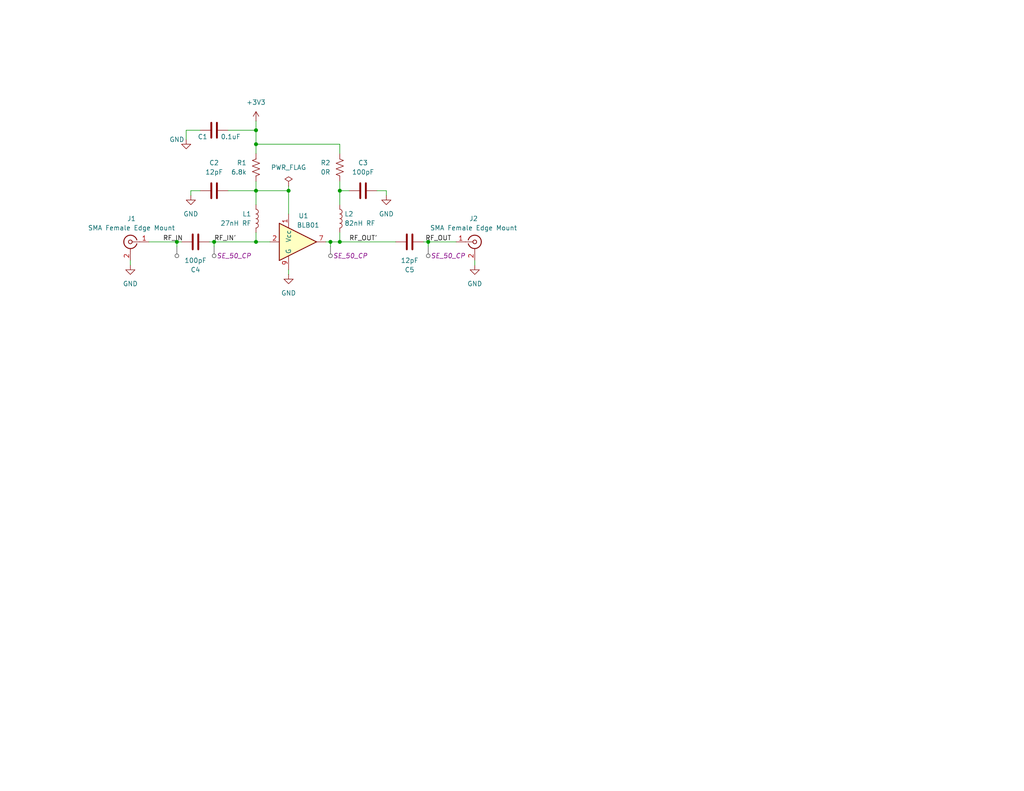
<source format=kicad_sch>
(kicad_sch
	(version 20231120)
	(generator "eeschema")
	(generator_version "8.0")
	(uuid "70b10e94-c068-4210-a8b2-7ea7cd83d06c")
	(paper "A")
	(lib_symbols
		(symbol "Connector:Conn_Coaxial"
			(pin_names
				(offset 1.016) hide)
			(exclude_from_sim no)
			(in_bom yes)
			(on_board yes)
			(property "Reference" "J"
				(at 0.254 3.048 0)
				(effects
					(font
						(size 1.27 1.27)
					)
				)
			)
			(property "Value" "Conn_Coaxial"
				(at 2.921 0 90)
				(effects
					(font
						(size 1.27 1.27)
					)
				)
			)
			(property "Footprint" ""
				(at 0 0 0)
				(effects
					(font
						(size 1.27 1.27)
					)
					(hide yes)
				)
			)
			(property "Datasheet" "~"
				(at 0 0 0)
				(effects
					(font
						(size 1.27 1.27)
					)
					(hide yes)
				)
			)
			(property "Description" "coaxial connector (BNC, SMA, SMB, SMC, Cinch/RCA, LEMO, ...)"
				(at 0 0 0)
				(effects
					(font
						(size 1.27 1.27)
					)
					(hide yes)
				)
			)
			(property "ki_keywords" "BNC SMA SMB SMC LEMO coaxial connector CINCH RCA MCX MMCX U.FL UMRF"
				(at 0 0 0)
				(effects
					(font
						(size 1.27 1.27)
					)
					(hide yes)
				)
			)
			(property "ki_fp_filters" "*BNC* *SMA* *SMB* *SMC* *Cinch* *LEMO* *UMRF* *MCX* *U.FL*"
				(at 0 0 0)
				(effects
					(font
						(size 1.27 1.27)
					)
					(hide yes)
				)
			)
			(symbol "Conn_Coaxial_0_1"
				(arc
					(start -1.778 -0.508)
					(mid 0.2311 -1.8066)
					(end 1.778 0)
					(stroke
						(width 0.254)
						(type default)
					)
					(fill
						(type none)
					)
				)
				(polyline
					(pts
						(xy -2.54 0) (xy -0.508 0)
					)
					(stroke
						(width 0)
						(type default)
					)
					(fill
						(type none)
					)
				)
				(polyline
					(pts
						(xy 0 -2.54) (xy 0 -1.778)
					)
					(stroke
						(width 0)
						(type default)
					)
					(fill
						(type none)
					)
				)
				(circle
					(center 0 0)
					(radius 0.508)
					(stroke
						(width 0.2032)
						(type default)
					)
					(fill
						(type none)
					)
				)
				(arc
					(start 1.778 0)
					(mid 0.2099 1.8101)
					(end -1.778 0.508)
					(stroke
						(width 0.254)
						(type default)
					)
					(fill
						(type none)
					)
				)
			)
			(symbol "Conn_Coaxial_1_1"
				(pin passive line
					(at -5.08 0 0)
					(length 2.54)
					(name "In"
						(effects
							(font
								(size 1.27 1.27)
							)
						)
					)
					(number "1"
						(effects
							(font
								(size 1.27 1.27)
							)
						)
					)
				)
				(pin passive line
					(at 0 -5.08 90)
					(length 2.54)
					(name "Ext"
						(effects
							(font
								(size 1.27 1.27)
							)
						)
					)
					(number "2"
						(effects
							(font
								(size 1.27 1.27)
							)
						)
					)
				)
			)
		)
		(symbol "Custom_RF_Amplifier:BLB01"
			(exclude_from_sim no)
			(in_bom yes)
			(on_board yes)
			(property "Reference" "U"
				(at -1.016 11.938 0)
				(effects
					(font
						(size 1.27 1.27)
					)
				)
			)
			(property "Value" "BLB01"
				(at 6.858 4.318 0)
				(effects
					(font
						(size 1.27 1.27)
					)
				)
			)
			(property "Footprint" "Package_DFN_QFN:DFN-8-1EP_2x2mm_P0.5mm_EP0.9x1.5mm"
				(at -6.858 19.558 0)
				(effects
					(font
						(size 1.27 1.27)
					)
					(hide yes)
				)
			)
			(property "Datasheet" "${KICAD_LIBS_DIR}/datasheets/BLB01-V6.6.pdf"
				(at -13.97 24.892 0)
				(effects
					(font
						(size 1.27 1.27)
					)
					(hide yes)
				)
			)
			(property "Description" "Berex BLB01 500-1500MHz High Linearity LNA. Gain=22.5dB NF=0.43dB"
				(at -1.016 22.098 0)
				(effects
					(font
						(size 1.27 1.27)
					)
					(hide yes)
				)
			)
			(symbol "BLB01_0_1"
				(polyline
					(pts
						(xy 7.62 0) (xy -2.54 5.08) (xy -2.54 -5.08) (xy 7.62 0)
					)
					(stroke
						(width 0.254)
						(type default)
					)
					(fill
						(type background)
					)
				)
			)
			(symbol "BLB01_1_0"
				(pin input line
					(at -5.08 0 0)
					(length 2.54)
					(name ""
						(effects
							(font
								(size 1.27 1.27)
							)
						)
					)
					(number "2"
						(effects
							(font
								(size 1.27 1.27)
							)
						)
					)
				)
				(pin no_connect line
					(at -2.54 -1.27 0)
					(length 2.54) hide
					(name ""
						(effects
							(font
								(size 1.27 1.27)
							)
						)
					)
					(number "6"
						(effects
							(font
								(size 1.27 1.27)
							)
						)
					)
				)
				(pin no_connect line
					(at -2.54 -2.54 0)
					(length 2.54) hide
					(name ""
						(effects
							(font
								(size 1.27 1.27)
							)
						)
					)
					(number "8"
						(effects
							(font
								(size 1.27 1.27)
							)
						)
					)
				)
			)
			(symbol "BLB01_1_1"
				(pin power_in line
					(at 0 7.62 270)
					(length 3.81)
					(name "Vcc"
						(effects
							(font
								(size 1.27 1.27)
							)
						)
					)
					(number "1"
						(effects
							(font
								(size 1.27 1.27)
							)
						)
					)
				)
				(pin no_connect line
					(at -2.54 3.81 0)
					(length 2.54) hide
					(name ""
						(effects
							(font
								(size 1.27 1.27)
							)
						)
					)
					(number "3"
						(effects
							(font
								(size 1.27 1.27)
							)
						)
					)
				)
				(pin no_connect line
					(at -2.54 2.54 0)
					(length 2.54) hide
					(name ""
						(effects
							(font
								(size 1.27 1.27)
							)
						)
					)
					(number "4"
						(effects
							(font
								(size 1.27 1.27)
							)
						)
					)
				)
				(pin no_connect line
					(at -2.54 1.27 0)
					(length 2.54) hide
					(name ""
						(effects
							(font
								(size 1.27 1.27)
							)
						)
					)
					(number "5"
						(effects
							(font
								(size 1.27 1.27)
							)
						)
					)
				)
				(pin output line
					(at 10.16 0 180)
					(length 2.54)
					(name ""
						(effects
							(font
								(size 1.27 1.27)
							)
						)
					)
					(number "7"
						(effects
							(font
								(size 1.27 1.27)
							)
						)
					)
				)
				(pin power_in line
					(at 0 -7.62 90)
					(length 3.81)
					(name "G"
						(effects
							(font
								(size 1.27 1.27)
							)
						)
					)
					(number "9"
						(effects
							(font
								(size 1.27 1.27)
							)
						)
					)
				)
			)
		)
		(symbol "Device:C"
			(pin_numbers hide)
			(pin_names
				(offset 0.254)
			)
			(exclude_from_sim no)
			(in_bom yes)
			(on_board yes)
			(property "Reference" "C"
				(at 0.635 2.54 0)
				(effects
					(font
						(size 1.27 1.27)
					)
					(justify left)
				)
			)
			(property "Value" "C"
				(at 0.635 -2.54 0)
				(effects
					(font
						(size 1.27 1.27)
					)
					(justify left)
				)
			)
			(property "Footprint" ""
				(at 0.9652 -3.81 0)
				(effects
					(font
						(size 1.27 1.27)
					)
					(hide yes)
				)
			)
			(property "Datasheet" "~"
				(at 0 0 0)
				(effects
					(font
						(size 1.27 1.27)
					)
					(hide yes)
				)
			)
			(property "Description" "Unpolarized capacitor"
				(at 0 0 0)
				(effects
					(font
						(size 1.27 1.27)
					)
					(hide yes)
				)
			)
			(property "ki_keywords" "cap capacitor"
				(at 0 0 0)
				(effects
					(font
						(size 1.27 1.27)
					)
					(hide yes)
				)
			)
			(property "ki_fp_filters" "C_*"
				(at 0 0 0)
				(effects
					(font
						(size 1.27 1.27)
					)
					(hide yes)
				)
			)
			(symbol "C_0_1"
				(polyline
					(pts
						(xy -2.032 -0.762) (xy 2.032 -0.762)
					)
					(stroke
						(width 0.508)
						(type default)
					)
					(fill
						(type none)
					)
				)
				(polyline
					(pts
						(xy -2.032 0.762) (xy 2.032 0.762)
					)
					(stroke
						(width 0.508)
						(type default)
					)
					(fill
						(type none)
					)
				)
			)
			(symbol "C_1_1"
				(pin passive line
					(at 0 3.81 270)
					(length 2.794)
					(name "~"
						(effects
							(font
								(size 1.27 1.27)
							)
						)
					)
					(number "1"
						(effects
							(font
								(size 1.27 1.27)
							)
						)
					)
				)
				(pin passive line
					(at 0 -3.81 90)
					(length 2.794)
					(name "~"
						(effects
							(font
								(size 1.27 1.27)
							)
						)
					)
					(number "2"
						(effects
							(font
								(size 1.27 1.27)
							)
						)
					)
				)
			)
		)
		(symbol "Device:L"
			(pin_numbers hide)
			(pin_names
				(offset 1.016) hide)
			(exclude_from_sim no)
			(in_bom yes)
			(on_board yes)
			(property "Reference" "L"
				(at -1.27 0 90)
				(effects
					(font
						(size 1.27 1.27)
					)
				)
			)
			(property "Value" "L"
				(at 1.905 0 90)
				(effects
					(font
						(size 1.27 1.27)
					)
				)
			)
			(property "Footprint" ""
				(at 0 0 0)
				(effects
					(font
						(size 1.27 1.27)
					)
					(hide yes)
				)
			)
			(property "Datasheet" "~"
				(at 0 0 0)
				(effects
					(font
						(size 1.27 1.27)
					)
					(hide yes)
				)
			)
			(property "Description" "Inductor"
				(at 0 0 0)
				(effects
					(font
						(size 1.27 1.27)
					)
					(hide yes)
				)
			)
			(property "ki_keywords" "inductor choke coil reactor magnetic"
				(at 0 0 0)
				(effects
					(font
						(size 1.27 1.27)
					)
					(hide yes)
				)
			)
			(property "ki_fp_filters" "Choke_* *Coil* Inductor_* L_*"
				(at 0 0 0)
				(effects
					(font
						(size 1.27 1.27)
					)
					(hide yes)
				)
			)
			(symbol "L_0_1"
				(arc
					(start 0 -2.54)
					(mid 0.6323 -1.905)
					(end 0 -1.27)
					(stroke
						(width 0)
						(type default)
					)
					(fill
						(type none)
					)
				)
				(arc
					(start 0 -1.27)
					(mid 0.6323 -0.635)
					(end 0 0)
					(stroke
						(width 0)
						(type default)
					)
					(fill
						(type none)
					)
				)
				(arc
					(start 0 0)
					(mid 0.6323 0.635)
					(end 0 1.27)
					(stroke
						(width 0)
						(type default)
					)
					(fill
						(type none)
					)
				)
				(arc
					(start 0 1.27)
					(mid 0.6323 1.905)
					(end 0 2.54)
					(stroke
						(width 0)
						(type default)
					)
					(fill
						(type none)
					)
				)
			)
			(symbol "L_1_1"
				(pin passive line
					(at 0 3.81 270)
					(length 1.27)
					(name "1"
						(effects
							(font
								(size 1.27 1.27)
							)
						)
					)
					(number "1"
						(effects
							(font
								(size 1.27 1.27)
							)
						)
					)
				)
				(pin passive line
					(at 0 -3.81 90)
					(length 1.27)
					(name "2"
						(effects
							(font
								(size 1.27 1.27)
							)
						)
					)
					(number "2"
						(effects
							(font
								(size 1.27 1.27)
							)
						)
					)
				)
			)
		)
		(symbol "Device:R_US"
			(pin_numbers hide)
			(pin_names
				(offset 0)
			)
			(exclude_from_sim no)
			(in_bom yes)
			(on_board yes)
			(property "Reference" "R"
				(at 2.54 0 90)
				(effects
					(font
						(size 1.27 1.27)
					)
				)
			)
			(property "Value" "R_US"
				(at -2.54 0 90)
				(effects
					(font
						(size 1.27 1.27)
					)
				)
			)
			(property "Footprint" ""
				(at 1.016 -0.254 90)
				(effects
					(font
						(size 1.27 1.27)
					)
					(hide yes)
				)
			)
			(property "Datasheet" "~"
				(at 0 0 0)
				(effects
					(font
						(size 1.27 1.27)
					)
					(hide yes)
				)
			)
			(property "Description" "Resistor, US symbol"
				(at 0 0 0)
				(effects
					(font
						(size 1.27 1.27)
					)
					(hide yes)
				)
			)
			(property "ki_keywords" "R res resistor"
				(at 0 0 0)
				(effects
					(font
						(size 1.27 1.27)
					)
					(hide yes)
				)
			)
			(property "ki_fp_filters" "R_*"
				(at 0 0 0)
				(effects
					(font
						(size 1.27 1.27)
					)
					(hide yes)
				)
			)
			(symbol "R_US_0_1"
				(polyline
					(pts
						(xy 0 -2.286) (xy 0 -2.54)
					)
					(stroke
						(width 0)
						(type default)
					)
					(fill
						(type none)
					)
				)
				(polyline
					(pts
						(xy 0 2.286) (xy 0 2.54)
					)
					(stroke
						(width 0)
						(type default)
					)
					(fill
						(type none)
					)
				)
				(polyline
					(pts
						(xy 0 -0.762) (xy 1.016 -1.143) (xy 0 -1.524) (xy -1.016 -1.905) (xy 0 -2.286)
					)
					(stroke
						(width 0)
						(type default)
					)
					(fill
						(type none)
					)
				)
				(polyline
					(pts
						(xy 0 0.762) (xy 1.016 0.381) (xy 0 0) (xy -1.016 -0.381) (xy 0 -0.762)
					)
					(stroke
						(width 0)
						(type default)
					)
					(fill
						(type none)
					)
				)
				(polyline
					(pts
						(xy 0 2.286) (xy 1.016 1.905) (xy 0 1.524) (xy -1.016 1.143) (xy 0 0.762)
					)
					(stroke
						(width 0)
						(type default)
					)
					(fill
						(type none)
					)
				)
			)
			(symbol "R_US_1_1"
				(pin passive line
					(at 0 3.81 270)
					(length 1.27)
					(name "~"
						(effects
							(font
								(size 1.27 1.27)
							)
						)
					)
					(number "1"
						(effects
							(font
								(size 1.27 1.27)
							)
						)
					)
				)
				(pin passive line
					(at 0 -3.81 90)
					(length 1.27)
					(name "~"
						(effects
							(font
								(size 1.27 1.27)
							)
						)
					)
					(number "2"
						(effects
							(font
								(size 1.27 1.27)
							)
						)
					)
				)
			)
		)
		(symbol "power:+3V3"
			(power)
			(pin_numbers hide)
			(pin_names
				(offset 0) hide)
			(exclude_from_sim no)
			(in_bom yes)
			(on_board yes)
			(property "Reference" "#PWR"
				(at 0 -3.81 0)
				(effects
					(font
						(size 1.27 1.27)
					)
					(hide yes)
				)
			)
			(property "Value" "+3V3"
				(at 0 3.556 0)
				(effects
					(font
						(size 1.27 1.27)
					)
				)
			)
			(property "Footprint" ""
				(at 0 0 0)
				(effects
					(font
						(size 1.27 1.27)
					)
					(hide yes)
				)
			)
			(property "Datasheet" ""
				(at 0 0 0)
				(effects
					(font
						(size 1.27 1.27)
					)
					(hide yes)
				)
			)
			(property "Description" "Power symbol creates a global label with name \"+3V3\""
				(at 0 0 0)
				(effects
					(font
						(size 1.27 1.27)
					)
					(hide yes)
				)
			)
			(property "ki_keywords" "global power"
				(at 0 0 0)
				(effects
					(font
						(size 1.27 1.27)
					)
					(hide yes)
				)
			)
			(symbol "+3V3_0_1"
				(polyline
					(pts
						(xy -0.762 1.27) (xy 0 2.54)
					)
					(stroke
						(width 0)
						(type default)
					)
					(fill
						(type none)
					)
				)
				(polyline
					(pts
						(xy 0 0) (xy 0 2.54)
					)
					(stroke
						(width 0)
						(type default)
					)
					(fill
						(type none)
					)
				)
				(polyline
					(pts
						(xy 0 2.54) (xy 0.762 1.27)
					)
					(stroke
						(width 0)
						(type default)
					)
					(fill
						(type none)
					)
				)
			)
			(symbol "+3V3_1_1"
				(pin power_in line
					(at 0 0 90)
					(length 0)
					(name "~"
						(effects
							(font
								(size 1.27 1.27)
							)
						)
					)
					(number "1"
						(effects
							(font
								(size 1.27 1.27)
							)
						)
					)
				)
			)
		)
		(symbol "power:GND"
			(power)
			(pin_numbers hide)
			(pin_names
				(offset 0) hide)
			(exclude_from_sim no)
			(in_bom yes)
			(on_board yes)
			(property "Reference" "#PWR"
				(at 0 -6.35 0)
				(effects
					(font
						(size 1.27 1.27)
					)
					(hide yes)
				)
			)
			(property "Value" "GND"
				(at 0 -3.81 0)
				(effects
					(font
						(size 1.27 1.27)
					)
				)
			)
			(property "Footprint" ""
				(at 0 0 0)
				(effects
					(font
						(size 1.27 1.27)
					)
					(hide yes)
				)
			)
			(property "Datasheet" ""
				(at 0 0 0)
				(effects
					(font
						(size 1.27 1.27)
					)
					(hide yes)
				)
			)
			(property "Description" "Power symbol creates a global label with name \"GND\" , ground"
				(at 0 0 0)
				(effects
					(font
						(size 1.27 1.27)
					)
					(hide yes)
				)
			)
			(property "ki_keywords" "global power"
				(at 0 0 0)
				(effects
					(font
						(size 1.27 1.27)
					)
					(hide yes)
				)
			)
			(symbol "GND_0_1"
				(polyline
					(pts
						(xy 0 0) (xy 0 -1.27) (xy 1.27 -1.27) (xy 0 -2.54) (xy -1.27 -1.27) (xy 0 -1.27)
					)
					(stroke
						(width 0)
						(type default)
					)
					(fill
						(type none)
					)
				)
			)
			(symbol "GND_1_1"
				(pin power_in line
					(at 0 0 270)
					(length 0)
					(name "~"
						(effects
							(font
								(size 1.27 1.27)
							)
						)
					)
					(number "1"
						(effects
							(font
								(size 1.27 1.27)
							)
						)
					)
				)
			)
		)
		(symbol "power:PWR_FLAG"
			(power)
			(pin_numbers hide)
			(pin_names
				(offset 0) hide)
			(exclude_from_sim no)
			(in_bom yes)
			(on_board yes)
			(property "Reference" "#FLG"
				(at 0 1.905 0)
				(effects
					(font
						(size 1.27 1.27)
					)
					(hide yes)
				)
			)
			(property "Value" "PWR_FLAG"
				(at 0 3.81 0)
				(effects
					(font
						(size 1.27 1.27)
					)
				)
			)
			(property "Footprint" ""
				(at 0 0 0)
				(effects
					(font
						(size 1.27 1.27)
					)
					(hide yes)
				)
			)
			(property "Datasheet" "~"
				(at 0 0 0)
				(effects
					(font
						(size 1.27 1.27)
					)
					(hide yes)
				)
			)
			(property "Description" "Special symbol for telling ERC where power comes from"
				(at 0 0 0)
				(effects
					(font
						(size 1.27 1.27)
					)
					(hide yes)
				)
			)
			(property "ki_keywords" "flag power"
				(at 0 0 0)
				(effects
					(font
						(size 1.27 1.27)
					)
					(hide yes)
				)
			)
			(symbol "PWR_FLAG_0_0"
				(pin power_out line
					(at 0 0 90)
					(length 0)
					(name "~"
						(effects
							(font
								(size 1.27 1.27)
							)
						)
					)
					(number "1"
						(effects
							(font
								(size 1.27 1.27)
							)
						)
					)
				)
			)
			(symbol "PWR_FLAG_0_1"
				(polyline
					(pts
						(xy 0 0) (xy 0 1.27) (xy -1.016 1.905) (xy 0 2.54) (xy 1.016 1.905) (xy 0 1.27)
					)
					(stroke
						(width 0)
						(type default)
					)
					(fill
						(type none)
					)
				)
			)
		)
	)
	(junction
		(at 69.85 66.04)
		(diameter 0)
		(color 0 0 0 0)
		(uuid "20303579-fb6e-4ae5-9a8c-47829f38adf1")
	)
	(junction
		(at 69.85 52.07)
		(diameter 0)
		(color 0 0 0 0)
		(uuid "3cd3fafe-89d9-4257-b7eb-638a46e5e50e")
	)
	(junction
		(at 92.71 66.04)
		(diameter 0)
		(color 0 0 0 0)
		(uuid "79666dac-587d-45f8-9bf4-b20211147c97")
	)
	(junction
		(at 92.71 52.07)
		(diameter 0)
		(color 0 0 0 0)
		(uuid "7a76d235-7c48-44bd-a1b3-d9c0e6270518")
	)
	(junction
		(at 69.85 35.56)
		(diameter 0)
		(color 0 0 0 0)
		(uuid "820ef899-0bb9-4fd6-8f86-2c8df55b86fa")
	)
	(junction
		(at 48.26 66.04)
		(diameter 0)
		(color 0 0 0 0)
		(uuid "829786e0-794f-4bab-992e-9968d237ca8d")
	)
	(junction
		(at 78.74 52.07)
		(diameter 0)
		(color 0 0 0 0)
		(uuid "8878773b-4bc2-481b-88f4-bdc03a475ae1")
	)
	(junction
		(at 69.85 39.37)
		(diameter 0)
		(color 0 0 0 0)
		(uuid "c8b812c6-f0e6-422f-ae51-d48ad2b13d8b")
	)
	(junction
		(at 90.17 66.04)
		(diameter 0)
		(color 0 0 0 0)
		(uuid "dd540d0d-cba5-4456-8698-fbb4c284426a")
	)
	(junction
		(at 116.84 66.04)
		(diameter 0)
		(color 0 0 0 0)
		(uuid "f03f065f-7255-4224-ae6b-ba53dd046e41")
	)
	(junction
		(at 58.42 66.04)
		(diameter 0)
		(color 0 0 0 0)
		(uuid "fbea91b8-dfed-4098-9907-622d5090b9d3")
	)
	(wire
		(pts
			(xy 92.71 52.07) (xy 92.71 55.88)
		)
		(stroke
			(width 0)
			(type default)
		)
		(uuid "0becec73-4ca4-49a5-bdb9-9f65c0028cef")
	)
	(wire
		(pts
			(xy 62.23 35.56) (xy 69.85 35.56)
		)
		(stroke
			(width 0)
			(type default)
		)
		(uuid "1d0b7e99-4e6a-47f4-8746-b1e48534c982")
	)
	(wire
		(pts
			(xy 69.85 63.5) (xy 69.85 66.04)
		)
		(stroke
			(width 0)
			(type default)
		)
		(uuid "1f0cea1d-87b4-49c3-8767-c2f60c54c12d")
	)
	(wire
		(pts
			(xy 50.8 35.56) (xy 54.61 35.56)
		)
		(stroke
			(width 0)
			(type default)
		)
		(uuid "29b33a06-899e-4994-b055-e705b7c7db43")
	)
	(wire
		(pts
			(xy 69.85 33.02) (xy 69.85 35.56)
		)
		(stroke
			(width 0)
			(type default)
		)
		(uuid "2c1025e9-d7b3-4d82-8d42-7881f49fe03a")
	)
	(wire
		(pts
			(xy 78.74 52.07) (xy 69.85 52.07)
		)
		(stroke
			(width 0)
			(type default)
		)
		(uuid "36953015-ce06-45e5-b61d-73ba3bf7fa55")
	)
	(wire
		(pts
			(xy 88.9 66.04) (xy 90.17 66.04)
		)
		(stroke
			(width 0)
			(type default)
		)
		(uuid "44f67162-f8b6-4ac4-a549-42e7707da627")
	)
	(wire
		(pts
			(xy 62.23 52.07) (xy 69.85 52.07)
		)
		(stroke
			(width 0)
			(type default)
		)
		(uuid "6046ac47-d903-4862-9841-bc9a2cfa063a")
	)
	(wire
		(pts
			(xy 58.42 66.04) (xy 69.85 66.04)
		)
		(stroke
			(width 0)
			(type default)
		)
		(uuid "64ab156a-04e1-48ef-b10f-aaac73180082")
	)
	(wire
		(pts
			(xy 95.25 52.07) (xy 92.71 52.07)
		)
		(stroke
			(width 0)
			(type default)
		)
		(uuid "70120973-b20e-4b13-8579-128719b45c18")
	)
	(wire
		(pts
			(xy 50.8 38.1) (xy 50.8 35.56)
		)
		(stroke
			(width 0)
			(type default)
		)
		(uuid "728937b6-958e-4684-b7e2-f534d5faa049")
	)
	(wire
		(pts
			(xy 124.46 66.04) (xy 116.84 66.04)
		)
		(stroke
			(width 0)
			(type default)
		)
		(uuid "79c629d6-a37f-4170-90f4-ab044ac157b6")
	)
	(wire
		(pts
			(xy 69.85 52.07) (xy 69.85 55.88)
		)
		(stroke
			(width 0)
			(type default)
		)
		(uuid "79ee8d61-25d0-431e-8701-240aabd20902")
	)
	(wire
		(pts
			(xy 52.07 52.07) (xy 54.61 52.07)
		)
		(stroke
			(width 0)
			(type default)
		)
		(uuid "7b63f85a-3097-4a61-81ca-28cf8875eafa")
	)
	(wire
		(pts
			(xy 78.74 58.42) (xy 78.74 52.07)
		)
		(stroke
			(width 0)
			(type default)
		)
		(uuid "834348e4-9916-4520-ae68-3bf5e4fd3bd2")
	)
	(wire
		(pts
			(xy 92.71 39.37) (xy 69.85 39.37)
		)
		(stroke
			(width 0)
			(type default)
		)
		(uuid "84569381-c11f-481b-ad0c-414dbe4825fd")
	)
	(wire
		(pts
			(xy 69.85 35.56) (xy 69.85 39.37)
		)
		(stroke
			(width 0)
			(type default)
		)
		(uuid "895682eb-360e-4afb-ae68-9091edfa162a")
	)
	(wire
		(pts
			(xy 92.71 66.04) (xy 107.95 66.04)
		)
		(stroke
			(width 0)
			(type default)
		)
		(uuid "8cc55949-d3ff-4546-baa8-54dc422894b9")
	)
	(wire
		(pts
			(xy 105.41 52.07) (xy 102.87 52.07)
		)
		(stroke
			(width 0)
			(type default)
		)
		(uuid "90295b46-a018-4d95-bacf-3d677190cc27")
	)
	(wire
		(pts
			(xy 40.64 66.04) (xy 48.26 66.04)
		)
		(stroke
			(width 0)
			(type default)
		)
		(uuid "9ab11c40-4abd-4ef5-a070-f42ed2449b87")
	)
	(wire
		(pts
			(xy 48.26 66.04) (xy 49.53 66.04)
		)
		(stroke
			(width 0)
			(type default)
		)
		(uuid "9b9e415f-0628-4d42-ba0d-6ec8c2440388")
	)
	(wire
		(pts
			(xy 90.17 66.04) (xy 92.71 66.04)
		)
		(stroke
			(width 0)
			(type default)
		)
		(uuid "9beb4ba0-f4b5-47f2-afaf-1300f1f55daa")
	)
	(wire
		(pts
			(xy 92.71 41.91) (xy 92.71 39.37)
		)
		(stroke
			(width 0)
			(type default)
		)
		(uuid "a31663a2-b2c9-4bae-83b8-e92f4f16ee03")
	)
	(wire
		(pts
			(xy 90.17 66.04) (xy 90.17 67.31)
		)
		(stroke
			(width 0)
			(type default)
		)
		(uuid "a6854e3f-28f0-4c64-991a-51d169136acd")
	)
	(wire
		(pts
			(xy 78.74 73.66) (xy 78.74 74.93)
		)
		(stroke
			(width 0)
			(type default)
		)
		(uuid "a813fe57-3863-49a9-99fb-36ad35f5f6d8")
	)
	(wire
		(pts
			(xy 116.84 66.04) (xy 115.57 66.04)
		)
		(stroke
			(width 0)
			(type default)
		)
		(uuid "a9c84f70-e165-40e5-9007-a3c4a8158939")
	)
	(wire
		(pts
			(xy 48.26 66.04) (xy 48.26 67.31)
		)
		(stroke
			(width 0)
			(type default)
		)
		(uuid "b0dd6108-8bf1-4e41-9d98-1dd0d7d56027")
	)
	(wire
		(pts
			(xy 69.85 39.37) (xy 69.85 41.91)
		)
		(stroke
			(width 0)
			(type default)
		)
		(uuid "b83f2339-d82d-4760-8a46-ae5dea595da0")
	)
	(wire
		(pts
			(xy 57.15 66.04) (xy 58.42 66.04)
		)
		(stroke
			(width 0)
			(type default)
		)
		(uuid "ce47db4a-6ed8-43dd-9000-5073ad9e0c55")
	)
	(wire
		(pts
			(xy 105.41 53.34) (xy 105.41 52.07)
		)
		(stroke
			(width 0)
			(type default)
		)
		(uuid "d04c72c8-b81e-4e9a-85a6-b7f0fb5b3f6d")
	)
	(wire
		(pts
			(xy 35.56 71.12) (xy 35.56 72.39)
		)
		(stroke
			(width 0)
			(type default)
		)
		(uuid "d677a282-d905-40ef-9ba1-d21441785844")
	)
	(wire
		(pts
			(xy 69.85 66.04) (xy 73.66 66.04)
		)
		(stroke
			(width 0)
			(type default)
		)
		(uuid "d8124832-d690-4c46-be18-62698d6e146c")
	)
	(wire
		(pts
			(xy 52.07 53.34) (xy 52.07 52.07)
		)
		(stroke
			(width 0)
			(type default)
		)
		(uuid "d9b0fb87-b146-4ec8-a34c-ec0ddb473b63")
	)
	(wire
		(pts
			(xy 58.42 67.31) (xy 58.42 66.04)
		)
		(stroke
			(width 0)
			(type default)
		)
		(uuid "d9e3ce69-4759-46a2-8874-a38cf328ea60")
	)
	(wire
		(pts
			(xy 92.71 49.53) (xy 92.71 52.07)
		)
		(stroke
			(width 0)
			(type default)
		)
		(uuid "db679236-4876-4d81-9d62-df2d730f6998")
	)
	(wire
		(pts
			(xy 78.74 50.8) (xy 78.74 52.07)
		)
		(stroke
			(width 0)
			(type default)
		)
		(uuid "e346be1c-0aa7-4067-a384-293978cf0910")
	)
	(wire
		(pts
			(xy 92.71 63.5) (xy 92.71 66.04)
		)
		(stroke
			(width 0)
			(type default)
		)
		(uuid "f3fc61e6-850f-4827-8639-71c5ba8e9f4c")
	)
	(wire
		(pts
			(xy 129.54 71.12) (xy 129.54 72.39)
		)
		(stroke
			(width 0)
			(type default)
		)
		(uuid "f5f6e8a2-9b09-48e2-b940-0fe6de9c427c")
	)
	(wire
		(pts
			(xy 116.84 66.04) (xy 116.84 67.31)
		)
		(stroke
			(width 0)
			(type default)
		)
		(uuid "f93bdb1a-c7d9-4874-a5be-149c37814bea")
	)
	(wire
		(pts
			(xy 69.85 49.53) (xy 69.85 52.07)
		)
		(stroke
			(width 0)
			(type default)
		)
		(uuid "fa41ad71-bcf3-441b-8a59-c237cdc8bd07")
	)
	(label "RF_OUT'"
		(at 95.25 66.04 0)
		(fields_autoplaced yes)
		(effects
			(font
				(size 1.27 1.27)
			)
			(justify left bottom)
		)
		(uuid "2fc88111-1ed9-476f-8ece-a72a7b259d61")
	)
	(label "RF_IN"
		(at 44.45 66.04 0)
		(fields_autoplaced yes)
		(effects
			(font
				(size 1.27 1.27)
			)
			(justify left bottom)
		)
		(uuid "55c7666c-9d7d-43d9-868c-227e11dd04ba")
	)
	(label "RF_IN'"
		(at 58.42 66.04 0)
		(fields_autoplaced yes)
		(effects
			(font
				(size 1.27 1.27)
			)
			(justify left bottom)
		)
		(uuid "5b9b4724-46d2-4cec-a2d7-44395080006c")
	)
	(label "RF_OUT"
		(at 123.19 66.04 180)
		(fields_autoplaced yes)
		(effects
			(font
				(size 1.27 1.27)
			)
			(justify right bottom)
		)
		(uuid "abb11fa6-c820-4dc6-bc07-cd82f7d8419b")
	)
	(netclass_flag ""
		(length 2.54)
		(shape round)
		(at 58.42 67.31 180)
		(fields_autoplaced yes)
		(effects
			(font
				(size 1.27 1.27)
			)
			(justify right bottom)
		)
		(uuid "60f67113-31f8-4f80-8db3-ec6df4ba49ad")
		(property "Netclass" "SE_50_CP"
			(at 59.1185 69.85 0)
			(effects
				(font
					(size 1.27 1.27)
					(italic yes)
				)
				(justify left)
			)
		)
	)
	(netclass_flag ""
		(length 2.54)
		(shape round)
		(at 116.84 67.31 180)
		(fields_autoplaced yes)
		(effects
			(font
				(size 1.27 1.27)
			)
			(justify right bottom)
		)
		(uuid "8858c446-bbf5-4e4e-8b4f-8c2af0ce2fb2")
		(property "Netclass" "SE_50_CP"
			(at 117.5385 69.85 0)
			(effects
				(font
					(size 1.27 1.27)
					(italic yes)
				)
				(justify left)
			)
		)
	)
	(netclass_flag ""
		(length 2.54)
		(shape round)
		(at 90.17 67.31 180)
		(fields_autoplaced yes)
		(effects
			(font
				(size 1.27 1.27)
			)
			(justify right bottom)
		)
		(uuid "8f1d870d-aa38-4a7e-8d5d-c398fc88a6ff")
		(property "Netclass" "SE_50_CP"
			(at 90.8685 69.85 0)
			(effects
				(font
					(size 1.27 1.27)
					(italic yes)
				)
				(justify left)
			)
		)
	)
	(netclass_flag ""
		(length 2.54)
		(shape round)
		(at 48.26 67.31 180)
		(fields_autoplaced yes)
		(effects
			(font
				(size 1.27 1.27)
			)
			(justify right bottom)
		)
		(uuid "96e84d9a-e2ae-43b5-99a5-5ba0439ff402")
		(property "Netclass" "SE_50_CP"
			(at 48.9585 69.85 0)
			(effects
				(font
					(size 1.27 1.27)
					(italic yes)
				)
				(justify left)
				(hide yes)
			)
		)
	)
	(symbol
		(lib_id "Device:C")
		(at 99.06 52.07 90)
		(unit 1)
		(exclude_from_sim no)
		(in_bom yes)
		(on_board yes)
		(dnp no)
		(fields_autoplaced yes)
		(uuid "0a58346f-3868-4b6a-8c7f-c90fcf0c4e20")
		(property "Reference" "C3"
			(at 99.06 44.45 90)
			(effects
				(font
					(size 1.27 1.27)
				)
			)
		)
		(property "Value" "100pF"
			(at 99.06 46.99 90)
			(effects
				(font
					(size 1.27 1.27)
				)
			)
		)
		(property "Footprint" "Capacitor_SMD:C_0402_1005Metric"
			(at 102.87 51.1048 0)
			(effects
				(font
					(size 1.27 1.27)
				)
				(hide yes)
			)
		)
		(property "Datasheet" "~"
			(at 99.06 52.07 0)
			(effects
				(font
					(size 1.27 1.27)
				)
				(hide yes)
			)
		)
		(property "Description" "Unpolarized capacitor"
			(at 99.06 52.07 0)
			(effects
				(font
					(size 1.27 1.27)
				)
				(hide yes)
			)
		)
		(property "MPN" "C106200"
			(at 99.06 52.07 0)
			(effects
				(font
					(size 1.27 1.27)
				)
				(hide yes)
			)
		)
		(property "OEM PN" "CC0402JRNPO9BN101"
			(at 99.06 52.07 0)
			(effects
				(font
					(size 1.27 1.27)
				)
				(hide yes)
			)
		)
		(property "Standard Cost" "0.01"
			(at 99.06 52.07 0)
			(effects
				(font
					(size 1.27 1.27)
				)
				(hide yes)
			)
		)
		(pin "2"
			(uuid "9739b689-9c23-410c-afc5-dd3720a73e18")
		)
		(pin "1"
			(uuid "1d84fa67-6d19-4d5b-90c2-f6535ed0965c")
		)
		(instances
			(project "proto_lna_board"
				(path "/70b10e94-c068-4210-a8b2-7ea7cd83d06c"
					(reference "C3")
					(unit 1)
				)
			)
		)
	)
	(symbol
		(lib_id "Connector:Conn_Coaxial")
		(at 129.54 66.04 0)
		(unit 1)
		(exclude_from_sim no)
		(in_bom yes)
		(on_board yes)
		(dnp no)
		(fields_autoplaced yes)
		(uuid "124ac723-4990-47f8-8c7a-cadff0f10a43")
		(property "Reference" "J2"
			(at 129.2226 59.69 0)
			(effects
				(font
					(size 1.27 1.27)
				)
			)
		)
		(property "Value" "SMA Female Edge Mount"
			(at 129.2226 62.23 0)
			(effects
				(font
					(size 1.27 1.27)
				)
			)
		)
		(property "Footprint" "Custom_Connector_Coaxial:SMA_Amphenol_132289_EdgeMount"
			(at 129.54 66.04 0)
			(effects
				(font
					(size 1.27 1.27)
				)
				(hide yes)
			)
		)
		(property "Datasheet" "~"
			(at 129.54 66.04 0)
			(effects
				(font
					(size 1.27 1.27)
				)
				(hide yes)
			)
		)
		(property "Description" "coaxial connector (BNC, SMA, SMB, SMC, Cinch/RCA, LEMO, ...)"
			(at 129.54 66.04 0)
			(effects
				(font
					(size 1.27 1.27)
				)
				(hide yes)
			)
		)
		(pin "2"
			(uuid "cbd52245-da18-4ff4-b33e-b8e085d732fc")
		)
		(pin "1"
			(uuid "a68ff7f6-903c-4521-8a7f-0f9598aa3b07")
		)
		(instances
			(project "proto_lna_board"
				(path "/70b10e94-c068-4210-a8b2-7ea7cd83d06c"
					(reference "J2")
					(unit 1)
				)
			)
		)
	)
	(symbol
		(lib_id "power:GND")
		(at 105.41 53.34 0)
		(unit 1)
		(exclude_from_sim no)
		(in_bom yes)
		(on_board yes)
		(dnp no)
		(fields_autoplaced yes)
		(uuid "13a50f40-fe1e-4c02-b912-56186bd9aef6")
		(property "Reference" "#PWR04"
			(at 105.41 59.69 0)
			(effects
				(font
					(size 1.27 1.27)
				)
				(hide yes)
			)
		)
		(property "Value" "GND"
			(at 105.41 58.42 0)
			(effects
				(font
					(size 1.27 1.27)
				)
			)
		)
		(property "Footprint" ""
			(at 105.41 53.34 0)
			(effects
				(font
					(size 1.27 1.27)
				)
				(hide yes)
			)
		)
		(property "Datasheet" ""
			(at 105.41 53.34 0)
			(effects
				(font
					(size 1.27 1.27)
				)
				(hide yes)
			)
		)
		(property "Description" "Power symbol creates a global label with name \"GND\" , ground"
			(at 105.41 53.34 0)
			(effects
				(font
					(size 1.27 1.27)
				)
				(hide yes)
			)
		)
		(pin "1"
			(uuid "b559a7ff-aa63-47db-8956-cc9f6f3f2178")
		)
		(instances
			(project "proto_lna_board"
				(path "/70b10e94-c068-4210-a8b2-7ea7cd83d06c"
					(reference "#PWR04")
					(unit 1)
				)
			)
		)
	)
	(symbol
		(lib_id "Device:R_US")
		(at 92.71 45.72 0)
		(unit 1)
		(exclude_from_sim no)
		(in_bom yes)
		(on_board yes)
		(dnp no)
		(uuid "150dd804-e186-4008-a11f-4ea36c6984fd")
		(property "Reference" "R2"
			(at 90.17 44.4499 0)
			(effects
				(font
					(size 1.27 1.27)
				)
				(justify right)
			)
		)
		(property "Value" "0R"
			(at 90.17 46.9899 0)
			(effects
				(font
					(size 1.27 1.27)
				)
				(justify right)
			)
		)
		(property "Footprint" "Resistor_SMD:R_0402_1005Metric"
			(at 93.726 45.974 90)
			(effects
				(font
					(size 1.27 1.27)
				)
				(hide yes)
			)
		)
		(property "Datasheet" "~"
			(at 92.71 45.72 0)
			(effects
				(font
					(size 1.27 1.27)
				)
				(hide yes)
			)
		)
		(property "Description" "Resistor, US symbol"
			(at 92.71 45.72 0)
			(effects
				(font
					(size 1.27 1.27)
				)
				(hide yes)
			)
		)
		(property "MPN" "C60485"
			(at 92.71 45.72 0)
			(effects
				(font
					(size 1.27 1.27)
				)
				(hide yes)
			)
		)
		(property "OEM PN" "RC0402JR-070RL"
			(at 92.71 45.72 0)
			(effects
				(font
					(size 1.27 1.27)
				)
				(hide yes)
			)
		)
		(property "Standard Cost" "0.01"
			(at 92.71 45.72 0)
			(effects
				(font
					(size 1.27 1.27)
				)
				(hide yes)
			)
		)
		(pin "1"
			(uuid "5462b76d-cbfa-4bb6-8754-2a1880a862ae")
		)
		(pin "2"
			(uuid "79884a89-3832-48ec-bb11-3792ce8ec0b1")
		)
		(instances
			(project "proto_lna_board"
				(path "/70b10e94-c068-4210-a8b2-7ea7cd83d06c"
					(reference "R2")
					(unit 1)
				)
			)
		)
	)
	(symbol
		(lib_id "Device:C")
		(at 53.34 66.04 90)
		(mirror x)
		(unit 1)
		(exclude_from_sim no)
		(in_bom yes)
		(on_board yes)
		(dnp no)
		(uuid "1790fc06-f627-475d-b68e-94e5df69c804")
		(property "Reference" "C4"
			(at 53.34 73.66 90)
			(effects
				(font
					(size 1.27 1.27)
				)
			)
		)
		(property "Value" "100pF"
			(at 53.34 71.12 90)
			(effects
				(font
					(size 1.27 1.27)
				)
			)
		)
		(property "Footprint" "Capacitor_SMD:C_0402_1005Metric"
			(at 57.15 67.0052 0)
			(effects
				(font
					(size 1.27 1.27)
				)
				(hide yes)
			)
		)
		(property "Datasheet" "~"
			(at 53.34 66.04 0)
			(effects
				(font
					(size 1.27 1.27)
				)
				(hide yes)
			)
		)
		(property "Description" "Unpolarized capacitor"
			(at 53.34 66.04 0)
			(effects
				(font
					(size 1.27 1.27)
				)
				(hide yes)
			)
		)
		(property "MPN" "C106200"
			(at 53.34 66.04 0)
			(effects
				(font
					(size 1.27 1.27)
				)
				(hide yes)
			)
		)
		(property "OEM PN" "CC0402JRNPO9BN101"
			(at 53.34 66.04 0)
			(effects
				(font
					(size 1.27 1.27)
				)
				(hide yes)
			)
		)
		(property "Standard Cost" "0.01"
			(at 53.34 66.04 0)
			(effects
				(font
					(size 1.27 1.27)
				)
				(hide yes)
			)
		)
		(pin "2"
			(uuid "f161719f-ab87-4f8e-a708-795c4bb82081")
		)
		(pin "1"
			(uuid "73a3c430-a7c1-4b8b-a3cf-5ee98c66b6a5")
		)
		(instances
			(project "proto_lna_board"
				(path "/70b10e94-c068-4210-a8b2-7ea7cd83d06c"
					(reference "C4")
					(unit 1)
				)
			)
		)
	)
	(symbol
		(lib_id "Device:L")
		(at 69.85 59.69 0)
		(unit 1)
		(exclude_from_sim no)
		(in_bom yes)
		(on_board yes)
		(dnp no)
		(uuid "35795cd2-f4c6-4d14-b8e9-e1a40cb3d8ac")
		(property "Reference" "L1"
			(at 68.58 58.4199 0)
			(effects
				(font
					(size 1.27 1.27)
				)
				(justify right)
			)
		)
		(property "Value" "27nH RF"
			(at 68.58 60.9599 0)
			(effects
				(font
					(size 1.27 1.27)
				)
				(justify right)
			)
		)
		(property "Footprint" "Inductor_SMD:L_0402_1005Metric"
			(at 69.85 59.69 0)
			(effects
				(font
					(size 1.27 1.27)
				)
				(hide yes)
			)
		)
		(property "Datasheet" "~"
			(at 69.85 59.69 0)
			(effects
				(font
					(size 1.27 1.27)
				)
				(hide yes)
			)
		)
		(property "Description" "Inductor"
			(at 69.85 59.69 0)
			(effects
				(font
					(size 1.27 1.27)
				)
				(hide yes)
			)
		)
		(property "MPN" "C408697"
			(at 69.85 59.69 0)
			(effects
				(font
					(size 1.27 1.27)
				)
				(hide yes)
			)
		)
		(property "Note" "Wire wound RF part, can't hve self resonance below ~2GHz."
			(at 69.85 59.69 0)
			(effects
				(font
					(size 1.27 1.27)
				)
				(hide yes)
			)
		)
		(property "OEM PN" "SDWL1005C27NJSTFM01"
			(at 69.85 59.69 0)
			(effects
				(font
					(size 1.27 1.27)
				)
				(hide yes)
			)
		)
		(property "Standard Cost" "0.03"
			(at 69.85 59.69 0)
			(effects
				(font
					(size 1.27 1.27)
				)
				(hide yes)
			)
		)
		(pin "1"
			(uuid "9370d48c-d4dd-420d-9eff-501980afda02")
		)
		(pin "2"
			(uuid "722cc138-8cdc-465b-b949-866ab5c1a20d")
		)
		(instances
			(project "proto_lna_board"
				(path "/70b10e94-c068-4210-a8b2-7ea7cd83d06c"
					(reference "L1")
					(unit 1)
				)
			)
		)
	)
	(symbol
		(lib_id "power:+3V3")
		(at 69.85 33.02 0)
		(unit 1)
		(exclude_from_sim no)
		(in_bom yes)
		(on_board yes)
		(dnp no)
		(fields_autoplaced yes)
		(uuid "43ad82a8-cfe3-47df-ae41-4c1ca75810cc")
		(property "Reference" "#PWR01"
			(at 69.85 36.83 0)
			(effects
				(font
					(size 1.27 1.27)
				)
				(hide yes)
			)
		)
		(property "Value" "+3V3"
			(at 69.85 27.94 0)
			(effects
				(font
					(size 1.27 1.27)
				)
			)
		)
		(property "Footprint" ""
			(at 69.85 33.02 0)
			(effects
				(font
					(size 1.27 1.27)
				)
				(hide yes)
			)
		)
		(property "Datasheet" ""
			(at 69.85 33.02 0)
			(effects
				(font
					(size 1.27 1.27)
				)
				(hide yes)
			)
		)
		(property "Description" "Power symbol creates a global label with name \"+3V3\""
			(at 69.85 33.02 0)
			(effects
				(font
					(size 1.27 1.27)
				)
				(hide yes)
			)
		)
		(pin "1"
			(uuid "a4a591f1-929f-44e6-91b6-7b3f3ee77bc1")
		)
		(instances
			(project "proto_lna_board"
				(path "/70b10e94-c068-4210-a8b2-7ea7cd83d06c"
					(reference "#PWR01")
					(unit 1)
				)
			)
		)
	)
	(symbol
		(lib_id "power:GND")
		(at 52.07 53.34 0)
		(unit 1)
		(exclude_from_sim no)
		(in_bom yes)
		(on_board yes)
		(dnp no)
		(fields_autoplaced yes)
		(uuid "44f943c1-db38-4485-9e87-c187be4e0b0f")
		(property "Reference" "#PWR03"
			(at 52.07 59.69 0)
			(effects
				(font
					(size 1.27 1.27)
				)
				(hide yes)
			)
		)
		(property "Value" "GND"
			(at 52.07 58.42 0)
			(effects
				(font
					(size 1.27 1.27)
				)
			)
		)
		(property "Footprint" ""
			(at 52.07 53.34 0)
			(effects
				(font
					(size 1.27 1.27)
				)
				(hide yes)
			)
		)
		(property "Datasheet" ""
			(at 52.07 53.34 0)
			(effects
				(font
					(size 1.27 1.27)
				)
				(hide yes)
			)
		)
		(property "Description" "Power symbol creates a global label with name \"GND\" , ground"
			(at 52.07 53.34 0)
			(effects
				(font
					(size 1.27 1.27)
				)
				(hide yes)
			)
		)
		(pin "1"
			(uuid "b1986bd8-6a46-4d95-8300-4ea490389ef1")
		)
		(instances
			(project "proto_lna_board"
				(path "/70b10e94-c068-4210-a8b2-7ea7cd83d06c"
					(reference "#PWR03")
					(unit 1)
				)
			)
		)
	)
	(symbol
		(lib_id "power:GND")
		(at 35.56 72.39 0)
		(unit 1)
		(exclude_from_sim no)
		(in_bom yes)
		(on_board yes)
		(dnp no)
		(fields_autoplaced yes)
		(uuid "4d899999-a650-4171-90b0-4df77edb54ba")
		(property "Reference" "#PWR06"
			(at 35.56 78.74 0)
			(effects
				(font
					(size 1.27 1.27)
				)
				(hide yes)
			)
		)
		(property "Value" "GND"
			(at 35.56 77.47 0)
			(effects
				(font
					(size 1.27 1.27)
				)
			)
		)
		(property "Footprint" ""
			(at 35.56 72.39 0)
			(effects
				(font
					(size 1.27 1.27)
				)
				(hide yes)
			)
		)
		(property "Datasheet" ""
			(at 35.56 72.39 0)
			(effects
				(font
					(size 1.27 1.27)
				)
				(hide yes)
			)
		)
		(property "Description" "Power symbol creates a global label with name \"GND\" , ground"
			(at 35.56 72.39 0)
			(effects
				(font
					(size 1.27 1.27)
				)
				(hide yes)
			)
		)
		(pin "1"
			(uuid "7ca2aed3-512f-46dd-86d8-f13c4af66f79")
		)
		(instances
			(project ""
				(path "/70b10e94-c068-4210-a8b2-7ea7cd83d06c"
					(reference "#PWR06")
					(unit 1)
				)
			)
		)
	)
	(symbol
		(lib_id "Device:C")
		(at 58.42 35.56 270)
		(mirror x)
		(unit 1)
		(exclude_from_sim no)
		(in_bom yes)
		(on_board yes)
		(dnp no)
		(uuid "663d5108-a217-4a9d-93b3-a9d4f82aed92")
		(property "Reference" "C1"
			(at 56.642 37.338 90)
			(effects
				(font
					(size 1.27 1.27)
				)
				(justify right)
			)
		)
		(property "Value" "0.1uF"
			(at 60.198 37.338 90)
			(effects
				(font
					(size 1.27 1.27)
				)
				(justify left)
			)
		)
		(property "Footprint" "Capacitor_SMD:C_0402_1005Metric"
			(at 54.61 34.5948 0)
			(effects
				(font
					(size 1.27 1.27)
				)
				(hide yes)
			)
		)
		(property "Datasheet" "~"
			(at 58.42 35.56 0)
			(effects
				(font
					(size 1.27 1.27)
				)
				(hide yes)
			)
		)
		(property "Description" "Unpolarized capacitor"
			(at 58.42 35.56 0)
			(effects
				(font
					(size 1.27 1.27)
				)
				(hide yes)
			)
		)
		(property "Standard Cost" "0.01"
			(at 58.42 35.56 0)
			(effects
				(font
					(size 1.27 1.27)
				)
				(hide yes)
			)
		)
		(property "Note" ""
			(at 58.42 35.56 0)
			(effects
				(font
					(size 1.27 1.27)
				)
				(hide yes)
			)
		)
		(property "OEM PN" "CC0402KRX7R7BB104"
			(at 58.42 35.56 0)
			(effects
				(font
					(size 1.27 1.27)
				)
				(hide yes)
			)
		)
		(property "MPN" "C60474"
			(at 58.42 35.56 0)
			(effects
				(font
					(size 1.27 1.27)
				)
				(hide yes)
			)
		)
		(pin "1"
			(uuid "58beb632-9bd6-4a2f-bf22-bc5c2bb24c6e")
		)
		(pin "2"
			(uuid "706419b0-4b5d-48d2-bf0a-1dd107ff1b6c")
		)
		(instances
			(project "proto_lna_board"
				(path "/70b10e94-c068-4210-a8b2-7ea7cd83d06c"
					(reference "C1")
					(unit 1)
				)
			)
		)
	)
	(symbol
		(lib_id "power:GND")
		(at 129.54 72.39 0)
		(mirror y)
		(unit 1)
		(exclude_from_sim no)
		(in_bom yes)
		(on_board yes)
		(dnp no)
		(fields_autoplaced yes)
		(uuid "a0db1f61-538c-4232-a382-f0a36c8071b2")
		(property "Reference" "#PWR07"
			(at 129.54 78.74 0)
			(effects
				(font
					(size 1.27 1.27)
				)
				(hide yes)
			)
		)
		(property "Value" "GND"
			(at 129.54 77.47 0)
			(effects
				(font
					(size 1.27 1.27)
				)
			)
		)
		(property "Footprint" ""
			(at 129.54 72.39 0)
			(effects
				(font
					(size 1.27 1.27)
				)
				(hide yes)
			)
		)
		(property "Datasheet" ""
			(at 129.54 72.39 0)
			(effects
				(font
					(size 1.27 1.27)
				)
				(hide yes)
			)
		)
		(property "Description" "Power symbol creates a global label with name \"GND\" , ground"
			(at 129.54 72.39 0)
			(effects
				(font
					(size 1.27 1.27)
				)
				(hide yes)
			)
		)
		(pin "1"
			(uuid "5b2d7c20-10b6-458f-a318-9c19457588cb")
		)
		(instances
			(project "proto_lna_board"
				(path "/70b10e94-c068-4210-a8b2-7ea7cd83d06c"
					(reference "#PWR07")
					(unit 1)
				)
			)
		)
	)
	(symbol
		(lib_id "power:GND")
		(at 50.8 38.1 0)
		(unit 1)
		(exclude_from_sim no)
		(in_bom yes)
		(on_board yes)
		(dnp no)
		(uuid "b86ae5ef-f403-402a-838a-caf43a150db9")
		(property "Reference" "#PWR02"
			(at 50.8 44.45 0)
			(effects
				(font
					(size 1.27 1.27)
				)
				(hide yes)
			)
		)
		(property "Value" "GND"
			(at 48.26 38.1 0)
			(effects
				(font
					(size 1.27 1.27)
				)
			)
		)
		(property "Footprint" ""
			(at 50.8 38.1 0)
			(effects
				(font
					(size 1.27 1.27)
				)
				(hide yes)
			)
		)
		(property "Datasheet" ""
			(at 50.8 38.1 0)
			(effects
				(font
					(size 1.27 1.27)
				)
				(hide yes)
			)
		)
		(property "Description" "Power symbol creates a global label with name \"GND\" , ground"
			(at 50.8 38.1 0)
			(effects
				(font
					(size 1.27 1.27)
				)
				(hide yes)
			)
		)
		(pin "1"
			(uuid "69e49379-9919-46b5-9dfe-8c3d698ddedc")
		)
		(instances
			(project "proto_lna_board"
				(path "/70b10e94-c068-4210-a8b2-7ea7cd83d06c"
					(reference "#PWR02")
					(unit 1)
				)
			)
		)
	)
	(symbol
		(lib_id "Device:C")
		(at 58.42 52.07 90)
		(unit 1)
		(exclude_from_sim no)
		(in_bom yes)
		(on_board yes)
		(dnp no)
		(fields_autoplaced yes)
		(uuid "c14d37b1-611c-4774-92fd-7b8c8bdbed3b")
		(property "Reference" "C2"
			(at 58.42 44.45 90)
			(effects
				(font
					(size 1.27 1.27)
				)
			)
		)
		(property "Value" "12pF"
			(at 58.42 46.99 90)
			(effects
				(font
					(size 1.27 1.27)
				)
			)
		)
		(property "Footprint" "Capacitor_SMD:C_0402_1005Metric"
			(at 62.23 51.1048 0)
			(effects
				(font
					(size 1.27 1.27)
				)
				(hide yes)
			)
		)
		(property "Datasheet" "~"
			(at 58.42 52.07 0)
			(effects
				(font
					(size 1.27 1.27)
				)
				(hide yes)
			)
		)
		(property "Description" "Unpolarized capacitor"
			(at 58.42 52.07 0)
			(effects
				(font
					(size 1.27 1.27)
				)
				(hide yes)
			)
		)
		(property "MPN" "C326662"
			(at 58.42 52.07 0)
			(effects
				(font
					(size 1.27 1.27)
				)
				(hide yes)
			)
		)
		(property "OEM PN" "CC0402FRNPO9BN120"
			(at 58.42 52.07 0)
			(effects
				(font
					(size 1.27 1.27)
				)
				(hide yes)
			)
		)
		(property "Standard Cost" "0.01"
			(at 58.42 52.07 0)
			(effects
				(font
					(size 1.27 1.27)
				)
				(hide yes)
			)
		)
		(pin "2"
			(uuid "7798505a-3f37-4b32-9788-7de8c2377b73")
		)
		(pin "1"
			(uuid "47773a53-51b0-4c15-b898-cc60d18de29b")
		)
		(instances
			(project "proto_lna_board"
				(path "/70b10e94-c068-4210-a8b2-7ea7cd83d06c"
					(reference "C2")
					(unit 1)
				)
			)
		)
	)
	(symbol
		(lib_id "Custom_RF_Amplifier:BLB01")
		(at 78.74 66.04 0)
		(unit 1)
		(exclude_from_sim no)
		(in_bom yes)
		(on_board yes)
		(dnp no)
		(uuid "c5a12d53-f552-4b9f-89d0-d63c47874bc1")
		(property "Reference" "U1"
			(at 82.804 58.928 0)
			(effects
				(font
					(size 1.27 1.27)
				)
			)
		)
		(property "Value" "BLB01"
			(at 84.074 61.468 0)
			(effects
				(font
					(size 1.27 1.27)
				)
			)
		)
		(property "Footprint" "Package_DFN_QFN:DFN-8-1EP_2x2mm_P0.5mm_EP0.9x1.5mm"
			(at 71.882 46.482 0)
			(effects
				(font
					(size 1.27 1.27)
				)
				(hide yes)
			)
		)
		(property "Datasheet" "${KICAD_LIBS_DIR}/datasheets/BLB01-V6.6.pdf"
			(at 64.77 41.148 0)
			(effects
				(font
					(size 1.27 1.27)
				)
				(hide yes)
			)
		)
		(property "Description" "Berex BLB01 500-1500MHz High Linearity LNA. Gain=22.5dB NF=0.43dB"
			(at 77.724 43.942 0)
			(effects
				(font
					(size 1.27 1.27)
				)
				(hide yes)
			)
		)
		(property "Note" "Only available at Digikey."
			(at 78.74 66.04 0)
			(effects
				(font
					(size 1.27 1.27)
				)
				(hide yes)
			)
		)
		(property "OEM PN" "BLB01"
			(at 78.74 66.04 0)
			(effects
				(font
					(size 1.27 1.27)
				)
				(hide yes)
			)
		)
		(property "Standard Cost" "1.11"
			(at 78.74 66.04 0)
			(effects
				(font
					(size 1.27 1.27)
				)
				(hide yes)
			)
		)
		(property "MPN" ""
			(at 78.74 66.04 0)
			(effects
				(font
					(size 1.27 1.27)
				)
				(hide yes)
			)
		)
		(pin "6"
			(uuid "44ba72d2-4b3a-4b51-ad4e-34beb9e95dc8")
		)
		(pin "1"
			(uuid "a07c81c3-e83e-4150-852e-2dc8f5ddc867")
		)
		(pin "8"
			(uuid "bf5548f6-289f-4f8a-9250-95de102eee5b")
		)
		(pin "3"
			(uuid "8c44187b-c356-458f-b4e0-8ac99251204b")
		)
		(pin "2"
			(uuid "a885c041-7eb1-4cd3-b3bd-efb612015927")
		)
		(pin "4"
			(uuid "5bd1746d-5f38-481f-9598-c9d5e1b222da")
		)
		(pin "5"
			(uuid "990db7ed-f212-4b9b-b487-c3c034df1c52")
		)
		(pin "9"
			(uuid "f0a3b36c-3cf2-406b-9b89-46799b6ce0b2")
		)
		(pin "7"
			(uuid "cdc74228-5acc-4a8a-87ba-ee93da1a22e5")
		)
		(instances
			(project "proto_lna_board"
				(path "/70b10e94-c068-4210-a8b2-7ea7cd83d06c"
					(reference "U1")
					(unit 1)
				)
			)
		)
	)
	(symbol
		(lib_id "Device:L")
		(at 92.71 59.69 0)
		(unit 1)
		(exclude_from_sim no)
		(in_bom yes)
		(on_board yes)
		(dnp no)
		(uuid "c745ba7b-7588-4153-9cfd-95ccd0d82afc")
		(property "Reference" "L2"
			(at 93.98 58.4199 0)
			(effects
				(font
					(size 1.27 1.27)
				)
				(justify left)
			)
		)
		(property "Value" "82nH RF"
			(at 93.98 60.9599 0)
			(effects
				(font
					(size 1.27 1.27)
				)
				(justify left)
			)
		)
		(property "Footprint" "Inductor_SMD:L_0402_1005Metric"
			(at 92.71 59.69 0)
			(effects
				(font
					(size 1.27 1.27)
				)
				(hide yes)
			)
		)
		(property "Datasheet" "~"
			(at 92.71 59.69 0)
			(effects
				(font
					(size 1.27 1.27)
				)
				(hide yes)
			)
		)
		(property "Description" "Inductor"
			(at 92.71 59.69 0)
			(effects
				(font
					(size 1.27 1.27)
				)
				(hide yes)
			)
		)
		(property "Note" "Wire wound RF part, can't hve self resonance below ~2GHz."
			(at 92.71 59.69 0)
			(effects
				(font
					(size 1.27 1.27)
				)
				(hide yes)
			)
		)
		(property "OEM PN" "SDWL1005C82NJSTF"
			(at 92.71 59.69 0)
			(effects
				(font
					(size 1.27 1.27)
				)
				(hide yes)
			)
		)
		(property "MPN" "C54972"
			(at 92.71 59.69 0)
			(effects
				(font
					(size 1.27 1.27)
				)
				(hide yes)
			)
		)
		(property "Standard Cost" "0.03"
			(at 92.71 59.69 0)
			(effects
				(font
					(size 1.27 1.27)
				)
				(hide yes)
			)
		)
		(pin "2"
			(uuid "6817c744-0412-4082-97f6-477c4c2538ab")
		)
		(pin "1"
			(uuid "f526c440-cc7c-4319-a3e8-67b9be0d1aea")
		)
		(instances
			(project "proto_lna_board"
				(path "/70b10e94-c068-4210-a8b2-7ea7cd83d06c"
					(reference "L2")
					(unit 1)
				)
			)
		)
	)
	(symbol
		(lib_id "Device:C")
		(at 111.76 66.04 90)
		(mirror x)
		(unit 1)
		(exclude_from_sim no)
		(in_bom yes)
		(on_board yes)
		(dnp no)
		(uuid "c7fa5c5a-3367-404a-af2f-9ac7fd21e88b")
		(property "Reference" "C5"
			(at 111.76 73.66 90)
			(effects
				(font
					(size 1.27 1.27)
				)
			)
		)
		(property "Value" "12pF"
			(at 111.76 71.12 90)
			(effects
				(font
					(size 1.27 1.27)
				)
			)
		)
		(property "Footprint" "Capacitor_SMD:C_0402_1005Metric"
			(at 115.57 67.0052 0)
			(effects
				(font
					(size 1.27 1.27)
				)
				(hide yes)
			)
		)
		(property "Datasheet" "~"
			(at 111.76 66.04 0)
			(effects
				(font
					(size 1.27 1.27)
				)
				(hide yes)
			)
		)
		(property "Description" "Unpolarized capacitor"
			(at 111.76 66.04 0)
			(effects
				(font
					(size 1.27 1.27)
				)
				(hide yes)
			)
		)
		(property "MPN" "C326662"
			(at 111.76 66.04 0)
			(effects
				(font
					(size 1.27 1.27)
				)
				(hide yes)
			)
		)
		(property "OEM PN" "CC0402FRNPO9BN120"
			(at 111.76 66.04 0)
			(effects
				(font
					(size 1.27 1.27)
				)
				(hide yes)
			)
		)
		(property "Standard Cost" "0.01"
			(at 111.76 66.04 0)
			(effects
				(font
					(size 1.27 1.27)
				)
				(hide yes)
			)
		)
		(pin "2"
			(uuid "0eb37d16-5029-400e-bdb8-46c0852a81e1")
		)
		(pin "1"
			(uuid "6805d096-1891-4b4b-a1aa-b79c600bf765")
		)
		(instances
			(project "proto_lna_board"
				(path "/70b10e94-c068-4210-a8b2-7ea7cd83d06c"
					(reference "C5")
					(unit 1)
				)
			)
		)
	)
	(symbol
		(lib_id "power:PWR_FLAG")
		(at 78.74 50.8 0)
		(unit 1)
		(exclude_from_sim no)
		(in_bom yes)
		(on_board yes)
		(dnp no)
		(fields_autoplaced yes)
		(uuid "dc6edf88-d6d9-4284-9568-0e81b790e7f5")
		(property "Reference" "#FLG01"
			(at 78.74 48.895 0)
			(effects
				(font
					(size 1.27 1.27)
				)
				(hide yes)
			)
		)
		(property "Value" "PWR_FLAG"
			(at 78.74 45.72 0)
			(effects
				(font
					(size 1.27 1.27)
				)
			)
		)
		(property "Footprint" ""
			(at 78.74 50.8 0)
			(effects
				(font
					(size 1.27 1.27)
				)
				(hide yes)
			)
		)
		(property "Datasheet" "~"
			(at 78.74 50.8 0)
			(effects
				(font
					(size 1.27 1.27)
				)
				(hide yes)
			)
		)
		(property "Description" "Special symbol for telling ERC where power comes from"
			(at 78.74 50.8 0)
			(effects
				(font
					(size 1.27 1.27)
				)
				(hide yes)
			)
		)
		(pin "1"
			(uuid "2e6c89d9-b3ff-4888-814e-764f4dbf5d93")
		)
		(instances
			(project "proto_lna_board"
				(path "/70b10e94-c068-4210-a8b2-7ea7cd83d06c"
					(reference "#FLG01")
					(unit 1)
				)
			)
		)
	)
	(symbol
		(lib_id "Device:R_US")
		(at 69.85 45.72 0)
		(mirror y)
		(unit 1)
		(exclude_from_sim no)
		(in_bom yes)
		(on_board yes)
		(dnp no)
		(uuid "e20d9729-978b-42b1-a5ba-ffbbcc4f5eed")
		(property "Reference" "R1"
			(at 67.31 44.4499 0)
			(effects
				(font
					(size 1.27 1.27)
				)
				(justify left)
			)
		)
		(property "Value" "6.8k"
			(at 67.31 46.9899 0)
			(effects
				(font
					(size 1.27 1.27)
				)
				(justify left)
			)
		)
		(property "Footprint" "Resistor_SMD:R_0402_1005Metric"
			(at 68.834 45.974 90)
			(effects
				(font
					(size 1.27 1.27)
				)
				(hide yes)
			)
		)
		(property "Datasheet" "~"
			(at 69.85 45.72 0)
			(effects
				(font
					(size 1.27 1.27)
				)
				(hide yes)
			)
		)
		(property "Description" "Resistor, US symbol"
			(at 69.85 45.72 0)
			(effects
				(font
					(size 1.27 1.27)
				)
				(hide yes)
			)
		)
		(property "MPN" "C93940"
			(at 69.85 45.72 0)
			(effects
				(font
					(size 1.27 1.27)
				)
				(hide yes)
			)
		)
		(property "OEM PN" "RC0402FR-076K8L"
			(at 69.85 45.72 0)
			(effects
				(font
					(size 1.27 1.27)
				)
				(hide yes)
			)
		)
		(property "Standard Cost" "0.01"
			(at 69.85 45.72 0)
			(effects
				(font
					(size 1.27 1.27)
				)
				(hide yes)
			)
		)
		(pin "2"
			(uuid "d0ffdc71-adf1-47bf-87f7-6c0bc72ac844")
		)
		(pin "1"
			(uuid "1dc332e8-f141-4c03-8fbc-bd0fab4fe696")
		)
		(instances
			(project "proto_lna_board"
				(path "/70b10e94-c068-4210-a8b2-7ea7cd83d06c"
					(reference "R1")
					(unit 1)
				)
			)
		)
	)
	(symbol
		(lib_id "power:GND")
		(at 78.74 74.93 0)
		(unit 1)
		(exclude_from_sim no)
		(in_bom yes)
		(on_board yes)
		(dnp no)
		(fields_autoplaced yes)
		(uuid "f1b3d550-3ede-42fa-82d4-2aac1acfe88a")
		(property "Reference" "#PWR05"
			(at 78.74 81.28 0)
			(effects
				(font
					(size 1.27 1.27)
				)
				(hide yes)
			)
		)
		(property "Value" "GND"
			(at 78.74 80.01 0)
			(effects
				(font
					(size 1.27 1.27)
				)
			)
		)
		(property "Footprint" ""
			(at 78.74 74.93 0)
			(effects
				(font
					(size 1.27 1.27)
				)
				(hide yes)
			)
		)
		(property "Datasheet" ""
			(at 78.74 74.93 0)
			(effects
				(font
					(size 1.27 1.27)
				)
				(hide yes)
			)
		)
		(property "Description" "Power symbol creates a global label with name \"GND\" , ground"
			(at 78.74 74.93 0)
			(effects
				(font
					(size 1.27 1.27)
				)
				(hide yes)
			)
		)
		(pin "1"
			(uuid "85d14085-ba25-4346-8763-9e2f764ebb05")
		)
		(instances
			(project "proto_lna_board"
				(path "/70b10e94-c068-4210-a8b2-7ea7cd83d06c"
					(reference "#PWR05")
					(unit 1)
				)
			)
		)
	)
	(symbol
		(lib_id "Connector:Conn_Coaxial")
		(at 35.56 66.04 0)
		(mirror y)
		(unit 1)
		(exclude_from_sim no)
		(in_bom yes)
		(on_board yes)
		(dnp no)
		(fields_autoplaced yes)
		(uuid "f773adde-ce45-4a60-b1f6-1f5a3fcb6fa9")
		(property "Reference" "J1"
			(at 35.8774 59.69 0)
			(effects
				(font
					(size 1.27 1.27)
				)
			)
		)
		(property "Value" "SMA Female Edge Mount"
			(at 35.8774 62.23 0)
			(effects
				(font
					(size 1.27 1.27)
				)
			)
		)
		(property "Footprint" "Custom_Connector_Coaxial:SMA_Amphenol_132289_EdgeMount"
			(at 35.56 66.04 0)
			(effects
				(font
					(size 1.27 1.27)
				)
				(hide yes)
			)
		)
		(property "Datasheet" "~"
			(at 35.56 66.04 0)
			(effects
				(font
					(size 1.27 1.27)
				)
				(hide yes)
			)
		)
		(property "Description" "coaxial connector (BNC, SMA, SMB, SMC, Cinch/RCA, LEMO, ...)"
			(at 35.56 66.04 0)
			(effects
				(font
					(size 1.27 1.27)
				)
				(hide yes)
			)
		)
		(pin "2"
			(uuid "dfc0948d-3317-46df-b629-f3eb963b3eb3")
		)
		(pin "1"
			(uuid "6cc48eee-9ab6-4ecc-95d7-2b039599f2a7")
		)
		(instances
			(project ""
				(path "/70b10e94-c068-4210-a8b2-7ea7cd83d06c"
					(reference "J1")
					(unit 1)
				)
			)
		)
	)
	(sheet_instances
		(path "/"
			(page "1")
		)
	)
)

</source>
